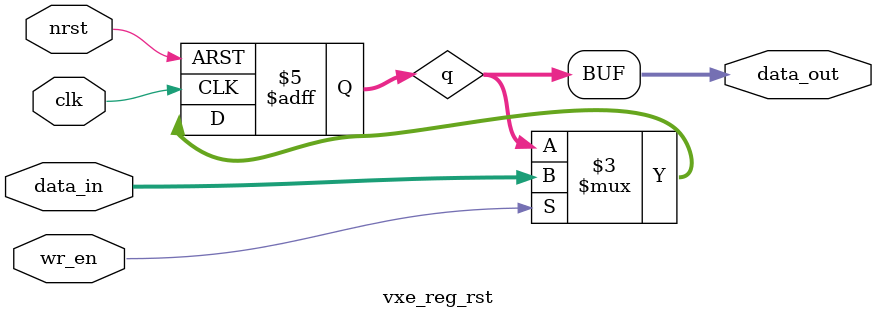
<source format=v>
/*
 * Copyright (c) 2020-2023 The VxEngine Project. All rights reserved.
 *
 * Redistribution and use in source and binary forms, with or without
 * modification, are permitted provided that the following conditions
 * are met:
 * 1. Redistributions of source code must retain the above copyright
 *    notice, this list of conditions and the following disclaimer.
 * 2. Redistributions in binary form must reproduce the above copyright
 *    notice, this list of conditions and the following disclaimer in the
 *    documentation and/or other materials provided with the distribution.
 *
 * THIS SOFTWARE IS PROVIDED BY THE AUTHOR AND CONTRIBUTORS ``AS IS'' AND
 * ANY EXPRESS OR IMPLIED WARRANTIES, INCLUDING, BUT NOT LIMITED TO, THE
 * IMPLIED WARRANTIES OF MERCHANTABILITY AND FITNESS FOR A PARTICULAR PURPOSE
 * ARE DISCLAIMED.  IN NO EVENT SHALL THE AUTHOR OR CONTRIBUTORS BE LIABLE
 * FOR ANY DIRECT, INDIRECT, INCIDENTAL, SPECIAL, EXEMPLARY, OR CONSEQUENTIAL
 * DAMAGES (INCLUDING, BUT NOT LIMITED TO, PROCUREMENT OF SUBSTITUTE GOODS
 * OR SERVICES; LOSS OF USE, DATA, OR PROFITS; OR BUSINESS INTERRUPTION)
 * HOWEVER CAUSED AND ON ANY THEORY OF LIABILITY, WHETHER IN CONTRACT, STRICT
 * LIABILITY, OR TORT (INCLUDING NEGLIGENCE OR OTHERWISE) ARISING IN ANY WAY
 * OUT OF THE USE OF THIS SOFTWARE, EVEN IF ADVISED OF THE POSSIBILITY OF
 * SUCH DAMAGE.
 */

/*
 * Parameterized register with reset signal
 */


/* Register */
module vxe_reg_rst #(
	parameter DATA_WIDTH = 32,	/* Register data width */
	parameter RST_VALUE = 0		/* Reset value */
)
(
	clk,
	nrst,
	/* Write control */
	wr_en,
	/* Data in/out */
	data_in,
	data_out
);
localparam [DATA_WIDTH-1:0]	RV = RST_VALUE;
/**/
input wire			clk;
input wire			nrst;
/* Write control */
input wire			wr_en;
/* Data in/out */
input wire [DATA_WIDTH-1:0]	data_in;
output wire [DATA_WIDTH-1:0]	data_out;


reg [DATA_WIDTH-1:0] q;

always @(posedge clk or negedge nrst)
begin
	if(!nrst)
		q <= RV;
	else if(wr_en)
		q <= data_in;
end


assign data_out = q;

endmodule /* vxe_reg_rst */

</source>
